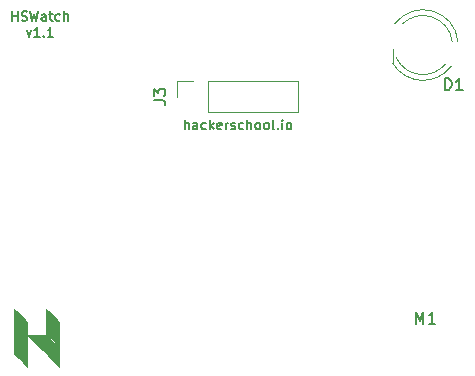
<source format=gto>
G04 #@! TF.GenerationSoftware,KiCad,Pcbnew,(5.1.6)-1*
G04 #@! TF.CreationDate,2022-03-29T00:17:24+01:00*
G04 #@! TF.ProjectId,hswatch,68737761-7463-4682-9e6b-696361645f70,v1.1*
G04 #@! TF.SameCoordinates,Original*
G04 #@! TF.FileFunction,Legend,Top*
G04 #@! TF.FilePolarity,Positive*
%FSLAX46Y46*%
G04 Gerber Fmt 4.6, Leading zero omitted, Abs format (unit mm)*
G04 Created by KiCad (PCBNEW (5.1.6)-1) date 2022-03-29 00:17:24*
%MOMM*%
%LPD*%
G01*
G04 APERTURE LIST*
%ADD10C,0.150000*%
%ADD11C,0.010000*%
%ADD12C,0.120000*%
%ADD13C,1.500000*%
%ADD14O,1.500000X1.500000*%
%ADD15C,1.700000*%
%ADD16R,1.200000X1.900000*%
%ADD17C,1.900000*%
%ADD18O,1.800000X1.800000*%
%ADD19R,1.800000X1.800000*%
%ADD20R,1.700000X1.700000*%
%ADD21C,2.200000*%
%ADD22C,1.850000*%
G04 APERTURE END LIST*
D10*
X135254761Y-90361904D02*
X135254761Y-89561904D01*
X135597619Y-90361904D02*
X135597619Y-89942857D01*
X135559523Y-89866666D01*
X135483333Y-89828571D01*
X135369047Y-89828571D01*
X135292857Y-89866666D01*
X135254761Y-89904761D01*
X136321428Y-90361904D02*
X136321428Y-89942857D01*
X136283333Y-89866666D01*
X136207142Y-89828571D01*
X136054761Y-89828571D01*
X135978571Y-89866666D01*
X136321428Y-90323809D02*
X136245238Y-90361904D01*
X136054761Y-90361904D01*
X135978571Y-90323809D01*
X135940476Y-90247619D01*
X135940476Y-90171428D01*
X135978571Y-90095238D01*
X136054761Y-90057142D01*
X136245238Y-90057142D01*
X136321428Y-90019047D01*
X137045238Y-90323809D02*
X136969047Y-90361904D01*
X136816666Y-90361904D01*
X136740476Y-90323809D01*
X136702380Y-90285714D01*
X136664285Y-90209523D01*
X136664285Y-89980952D01*
X136702380Y-89904761D01*
X136740476Y-89866666D01*
X136816666Y-89828571D01*
X136969047Y-89828571D01*
X137045238Y-89866666D01*
X137388095Y-90361904D02*
X137388095Y-89561904D01*
X137464285Y-90057142D02*
X137692857Y-90361904D01*
X137692857Y-89828571D02*
X137388095Y-90133333D01*
X138340476Y-90323809D02*
X138264285Y-90361904D01*
X138111904Y-90361904D01*
X138035714Y-90323809D01*
X137997619Y-90247619D01*
X137997619Y-89942857D01*
X138035714Y-89866666D01*
X138111904Y-89828571D01*
X138264285Y-89828571D01*
X138340476Y-89866666D01*
X138378571Y-89942857D01*
X138378571Y-90019047D01*
X137997619Y-90095238D01*
X138721428Y-90361904D02*
X138721428Y-89828571D01*
X138721428Y-89980952D02*
X138759523Y-89904761D01*
X138797619Y-89866666D01*
X138873809Y-89828571D01*
X138950000Y-89828571D01*
X139178571Y-90323809D02*
X139254761Y-90361904D01*
X139407142Y-90361904D01*
X139483333Y-90323809D01*
X139521428Y-90247619D01*
X139521428Y-90209523D01*
X139483333Y-90133333D01*
X139407142Y-90095238D01*
X139292857Y-90095238D01*
X139216666Y-90057142D01*
X139178571Y-89980952D01*
X139178571Y-89942857D01*
X139216666Y-89866666D01*
X139292857Y-89828571D01*
X139407142Y-89828571D01*
X139483333Y-89866666D01*
X140207142Y-90323809D02*
X140130952Y-90361904D01*
X139978571Y-90361904D01*
X139902380Y-90323809D01*
X139864285Y-90285714D01*
X139826190Y-90209523D01*
X139826190Y-89980952D01*
X139864285Y-89904761D01*
X139902380Y-89866666D01*
X139978571Y-89828571D01*
X140130952Y-89828571D01*
X140207142Y-89866666D01*
X140550000Y-90361904D02*
X140550000Y-89561904D01*
X140892857Y-90361904D02*
X140892857Y-89942857D01*
X140854761Y-89866666D01*
X140778571Y-89828571D01*
X140664285Y-89828571D01*
X140588095Y-89866666D01*
X140550000Y-89904761D01*
X141388095Y-90361904D02*
X141311904Y-90323809D01*
X141273809Y-90285714D01*
X141235714Y-90209523D01*
X141235714Y-89980952D01*
X141273809Y-89904761D01*
X141311904Y-89866666D01*
X141388095Y-89828571D01*
X141502380Y-89828571D01*
X141578571Y-89866666D01*
X141616666Y-89904761D01*
X141654761Y-89980952D01*
X141654761Y-90209523D01*
X141616666Y-90285714D01*
X141578571Y-90323809D01*
X141502380Y-90361904D01*
X141388095Y-90361904D01*
X142111904Y-90361904D02*
X142035714Y-90323809D01*
X141997619Y-90285714D01*
X141959523Y-90209523D01*
X141959523Y-89980952D01*
X141997619Y-89904761D01*
X142035714Y-89866666D01*
X142111904Y-89828571D01*
X142226190Y-89828571D01*
X142302380Y-89866666D01*
X142340476Y-89904761D01*
X142378571Y-89980952D01*
X142378571Y-90209523D01*
X142340476Y-90285714D01*
X142302380Y-90323809D01*
X142226190Y-90361904D01*
X142111904Y-90361904D01*
X142835714Y-90361904D02*
X142759523Y-90323809D01*
X142721428Y-90247619D01*
X142721428Y-89561904D01*
X143140476Y-90285714D02*
X143178571Y-90323809D01*
X143140476Y-90361904D01*
X143102380Y-90323809D01*
X143140476Y-90285714D01*
X143140476Y-90361904D01*
X143521428Y-90361904D02*
X143521428Y-89828571D01*
X143521428Y-89561904D02*
X143483333Y-89600000D01*
X143521428Y-89638095D01*
X143559523Y-89600000D01*
X143521428Y-89561904D01*
X143521428Y-89638095D01*
X144016666Y-90361904D02*
X143940476Y-90323809D01*
X143902380Y-90285714D01*
X143864285Y-90209523D01*
X143864285Y-89980952D01*
X143902380Y-89904761D01*
X143940476Y-89866666D01*
X144016666Y-89828571D01*
X144130952Y-89828571D01*
X144207142Y-89866666D01*
X144245238Y-89904761D01*
X144283333Y-89980952D01*
X144283333Y-90209523D01*
X144245238Y-90285714D01*
X144207142Y-90323809D01*
X144130952Y-90361904D01*
X144016666Y-90361904D01*
X120638095Y-81186904D02*
X120638095Y-80386904D01*
X120638095Y-80767857D02*
X121095238Y-80767857D01*
X121095238Y-81186904D02*
X121095238Y-80386904D01*
X121438095Y-81148809D02*
X121552380Y-81186904D01*
X121742857Y-81186904D01*
X121819047Y-81148809D01*
X121857142Y-81110714D01*
X121895238Y-81034523D01*
X121895238Y-80958333D01*
X121857142Y-80882142D01*
X121819047Y-80844047D01*
X121742857Y-80805952D01*
X121590476Y-80767857D01*
X121514285Y-80729761D01*
X121476190Y-80691666D01*
X121438095Y-80615476D01*
X121438095Y-80539285D01*
X121476190Y-80463095D01*
X121514285Y-80425000D01*
X121590476Y-80386904D01*
X121780952Y-80386904D01*
X121895238Y-80425000D01*
X122161904Y-80386904D02*
X122352380Y-81186904D01*
X122504761Y-80615476D01*
X122657142Y-81186904D01*
X122847619Y-80386904D01*
X123495238Y-81186904D02*
X123495238Y-80767857D01*
X123457142Y-80691666D01*
X123380952Y-80653571D01*
X123228571Y-80653571D01*
X123152380Y-80691666D01*
X123495238Y-81148809D02*
X123419047Y-81186904D01*
X123228571Y-81186904D01*
X123152380Y-81148809D01*
X123114285Y-81072619D01*
X123114285Y-80996428D01*
X123152380Y-80920238D01*
X123228571Y-80882142D01*
X123419047Y-80882142D01*
X123495238Y-80844047D01*
X123761904Y-80653571D02*
X124066666Y-80653571D01*
X123876190Y-80386904D02*
X123876190Y-81072619D01*
X123914285Y-81148809D01*
X123990476Y-81186904D01*
X124066666Y-81186904D01*
X124676190Y-81148809D02*
X124600000Y-81186904D01*
X124447619Y-81186904D01*
X124371428Y-81148809D01*
X124333333Y-81110714D01*
X124295238Y-81034523D01*
X124295238Y-80805952D01*
X124333333Y-80729761D01*
X124371428Y-80691666D01*
X124447619Y-80653571D01*
X124600000Y-80653571D01*
X124676190Y-80691666D01*
X125019047Y-81186904D02*
X125019047Y-80386904D01*
X125361904Y-81186904D02*
X125361904Y-80767857D01*
X125323809Y-80691666D01*
X125247619Y-80653571D01*
X125133333Y-80653571D01*
X125057142Y-80691666D01*
X125019047Y-80729761D01*
X121857142Y-82003571D02*
X122047619Y-82536904D01*
X122238095Y-82003571D01*
X122961904Y-82536904D02*
X122504761Y-82536904D01*
X122733333Y-82536904D02*
X122733333Y-81736904D01*
X122657142Y-81851190D01*
X122580952Y-81927380D01*
X122504761Y-81965476D01*
X123304761Y-82460714D02*
X123342857Y-82498809D01*
X123304761Y-82536904D01*
X123266666Y-82498809D01*
X123304761Y-82460714D01*
X123304761Y-82536904D01*
X124104761Y-82536904D02*
X123647619Y-82536904D01*
X123876190Y-82536904D02*
X123876190Y-81736904D01*
X123800000Y-81851190D01*
X123723809Y-81927380D01*
X123647619Y-81965476D01*
D11*
G36*
X121361585Y-106123981D02*
G01*
X121919702Y-106687667D01*
X121920385Y-107242233D01*
X121921067Y-107796800D01*
X123521460Y-107796800D01*
X124075930Y-108351462D01*
X124630400Y-108906123D01*
X124630400Y-110497587D01*
X123288394Y-109155660D01*
X123111090Y-108978476D01*
X122940419Y-108808136D01*
X122777913Y-108646155D01*
X122625103Y-108494051D01*
X122483518Y-108353341D01*
X122354691Y-108225540D01*
X122240152Y-108112165D01*
X122141432Y-108014733D01*
X122060061Y-107934761D01*
X121997570Y-107873764D01*
X121955491Y-107833259D01*
X121935354Y-107814764D01*
X121933829Y-107813734D01*
X121931809Y-107830242D01*
X121929781Y-107878066D01*
X121927779Y-107954656D01*
X121925835Y-108057461D01*
X121923980Y-108183930D01*
X121922247Y-108331514D01*
X121920668Y-108497661D01*
X121919275Y-108679821D01*
X121918101Y-108875443D01*
X121917178Y-109081977D01*
X121916936Y-109151565D01*
X121912601Y-110489396D01*
X121358034Y-109934637D01*
X120803467Y-109379877D01*
X120803467Y-105560295D01*
X121361585Y-106123981D01*
G37*
X121361585Y-106123981D02*
X121919702Y-106687667D01*
X121920385Y-107242233D01*
X121921067Y-107796800D01*
X123521460Y-107796800D01*
X124075930Y-108351462D01*
X124630400Y-108906123D01*
X124630400Y-110497587D01*
X123288394Y-109155660D01*
X123111090Y-108978476D01*
X122940419Y-108808136D01*
X122777913Y-108646155D01*
X122625103Y-108494051D01*
X122483518Y-108353341D01*
X122354691Y-108225540D01*
X122240152Y-108112165D01*
X122141432Y-108014733D01*
X122060061Y-107934761D01*
X121997570Y-107873764D01*
X121955491Y-107833259D01*
X121935354Y-107814764D01*
X121933829Y-107813734D01*
X121931809Y-107830242D01*
X121929781Y-107878066D01*
X121927779Y-107954656D01*
X121925835Y-108057461D01*
X121923980Y-108183930D01*
X121922247Y-108331514D01*
X121920668Y-108497661D01*
X121919275Y-108679821D01*
X121918101Y-108875443D01*
X121917178Y-109081977D01*
X121916936Y-109151565D01*
X121912601Y-110489396D01*
X121358034Y-109934637D01*
X120803467Y-109379877D01*
X120803467Y-105560295D01*
X121361585Y-106123981D01*
G36*
X124075963Y-106127376D02*
G01*
X124630660Y-106693651D01*
X124626297Y-107736392D01*
X124621934Y-108779132D01*
X124067237Y-108224242D01*
X123512541Y-107669351D01*
X123521267Y-105561101D01*
X124075963Y-106127376D01*
G37*
X124075963Y-106127376D02*
X124630660Y-106693651D01*
X124626297Y-107736392D01*
X124621934Y-108779132D01*
X124067237Y-108224242D01*
X123512541Y-107669351D01*
X123521267Y-105561101D01*
X124075963Y-106127376D01*
D12*
X152853000Y-83537188D02*
X152853000Y-84783000D01*
X157893090Y-82951579D02*
G75*
G03*
X153660401Y-81460001I-2480090J-286421D01*
G01*
X158389836Y-82979784D02*
G75*
G03*
X153028000Y-81438000I-2976836J-258216D01*
G01*
X157804334Y-85032887D02*
G75*
G02*
X152853000Y-84782830I-2391334J1794887D01*
G01*
X157372086Y-84791056D02*
G75*
G02*
X153158316Y-84318000I-1959086J1553056D01*
G01*
X134590000Y-87600000D02*
X134590000Y-86270000D01*
X134590000Y-86270000D02*
X135920000Y-86270000D01*
X137190000Y-86270000D02*
X144870000Y-86270000D01*
X144870000Y-88930000D02*
X144870000Y-86270000D01*
X137190000Y-88930000D02*
X144870000Y-88930000D01*
X137190000Y-88930000D02*
X137190000Y-86270000D01*
D10*
X157261904Y-87052380D02*
X157261904Y-86052380D01*
X157500000Y-86052380D01*
X157642857Y-86100000D01*
X157738095Y-86195238D01*
X157785714Y-86290476D01*
X157833333Y-86480952D01*
X157833333Y-86623809D01*
X157785714Y-86814285D01*
X157738095Y-86909523D01*
X157642857Y-87004761D01*
X157500000Y-87052380D01*
X157261904Y-87052380D01*
X158785714Y-87052380D02*
X158214285Y-87052380D01*
X158500000Y-87052380D02*
X158500000Y-86052380D01*
X158404761Y-86195238D01*
X158309523Y-86290476D01*
X158214285Y-86338095D01*
X132602380Y-87933333D02*
X133316666Y-87933333D01*
X133459523Y-87980952D01*
X133554761Y-88076190D01*
X133602380Y-88219047D01*
X133602380Y-88314285D01*
X132602380Y-87552380D02*
X132602380Y-86933333D01*
X132983333Y-87266666D01*
X132983333Y-87123809D01*
X133030952Y-87028571D01*
X133078571Y-86980952D01*
X133173809Y-86933333D01*
X133411904Y-86933333D01*
X133507142Y-86980952D01*
X133554761Y-87028571D01*
X133602380Y-87123809D01*
X133602380Y-87409523D01*
X133554761Y-87504761D01*
X133507142Y-87552380D01*
X154790476Y-106852380D02*
X154790476Y-105852380D01*
X155123809Y-106566666D01*
X155457142Y-105852380D01*
X155457142Y-106852380D01*
X156457142Y-106852380D02*
X155885714Y-106852380D01*
X156171428Y-106852380D02*
X156171428Y-105852380D01*
X156076190Y-105995238D01*
X155980952Y-106090476D01*
X155885714Y-106138095D01*
%LPC*%
D13*
X150200000Y-86800000D03*
D14*
X150200000Y-91880000D03*
X150280000Y-98800000D03*
D13*
X145200000Y-98800000D03*
D14*
X145200000Y-96400000D03*
D13*
X140120000Y-96400000D03*
D14*
X150280000Y-94000000D03*
D13*
X145200000Y-94000000D03*
D14*
X140120000Y-91600000D03*
D13*
X145200000Y-91600000D03*
D15*
X144000000Y-101200000D03*
X139000000Y-101200000D03*
X134000000Y-104000000D03*
X139000000Y-104000000D03*
D16*
X149900000Y-103400000D03*
G36*
G01*
X147960000Y-102750000D02*
X147960000Y-104050000D01*
G75*
G02*
X147660000Y-104350000I-300000J0D01*
G01*
X147060000Y-104350000D01*
G75*
G02*
X146760000Y-104050000I0J300000D01*
G01*
X146760000Y-102750000D01*
G75*
G02*
X147060000Y-102450000I300000J0D01*
G01*
X147660000Y-102450000D01*
G75*
G02*
X147960000Y-102750000I0J-300000D01*
G01*
G37*
G36*
G01*
X149230000Y-100680000D02*
X149230000Y-101980000D01*
G75*
G02*
X148930000Y-102280000I-300000J0D01*
G01*
X148330000Y-102280000D01*
G75*
G02*
X148030000Y-101980000I0J300000D01*
G01*
X148030000Y-100680000D01*
G75*
G02*
X148330000Y-100380000I300000J0D01*
G01*
X148930000Y-100380000D01*
G75*
G02*
X149230000Y-100680000I0J-300000D01*
G01*
G37*
X128760000Y-101900000D03*
G36*
G01*
X130700000Y-102550000D02*
X130700000Y-101250000D01*
G75*
G02*
X131000000Y-100950000I300000J0D01*
G01*
X131600000Y-100950000D01*
G75*
G02*
X131900000Y-101250000I0J-300000D01*
G01*
X131900000Y-102550000D01*
G75*
G02*
X131600000Y-102850000I-300000J0D01*
G01*
X131000000Y-102850000D01*
G75*
G02*
X130700000Y-102550000I0J300000D01*
G01*
G37*
G36*
G01*
X129430000Y-104620000D02*
X129430000Y-103320000D01*
G75*
G02*
X129730000Y-103020000I300000J0D01*
G01*
X130330000Y-103020000D01*
G75*
G02*
X130630000Y-103320000I0J-300000D01*
G01*
X130630000Y-104620000D01*
G75*
G02*
X130330000Y-104920000I-300000J0D01*
G01*
X129730000Y-104920000D01*
G75*
G02*
X129430000Y-104620000I0J300000D01*
G01*
G37*
G36*
G01*
X152050000Y-82951000D02*
X152050000Y-82001000D01*
G75*
G02*
X152525000Y-81526000I475000J0D01*
G01*
X153475000Y-81526000D01*
G75*
G02*
X153950000Y-82001000I0J-475000D01*
G01*
X153950000Y-82951000D01*
G75*
G02*
X153475000Y-83426000I-475000J0D01*
G01*
X152525000Y-83426000D01*
G75*
G02*
X152050000Y-82951000I0J475000D01*
G01*
G37*
D17*
X154778000Y-84000000D03*
X156302000Y-82476000D03*
X157826000Y-84000000D03*
D18*
X143540000Y-87600000D03*
X141000000Y-87600000D03*
X138460000Y-87600000D03*
D19*
X135920000Y-87600000D03*
D18*
X150500000Y-83940000D03*
X150500000Y-81400000D03*
X147960000Y-83940000D03*
X147960000Y-81400000D03*
X145420000Y-83940000D03*
X145420000Y-81400000D03*
X142880000Y-83940000D03*
X142880000Y-81400000D03*
X140340000Y-83940000D03*
X140340000Y-81400000D03*
X137800000Y-83940000D03*
X137800000Y-81400000D03*
X135260000Y-83940000D03*
X135260000Y-81400000D03*
X132720000Y-83940000D03*
X132720000Y-81400000D03*
X130180000Y-83940000D03*
X130180000Y-81400000D03*
X127640000Y-83940000D03*
D19*
X127640000Y-81400000D03*
D18*
X150500000Y-109800000D03*
X150500000Y-107260000D03*
X147960000Y-109800000D03*
X147960000Y-107260000D03*
X145420000Y-109800000D03*
X145420000Y-107260000D03*
X142880000Y-109800000D03*
X142880000Y-107260000D03*
X140340000Y-109800000D03*
X140340000Y-107260000D03*
X137800000Y-109800000D03*
X137800000Y-107260000D03*
X135260000Y-109800000D03*
X135260000Y-107260000D03*
X132720000Y-109800000D03*
X132720000Y-107260000D03*
X130180000Y-109800000D03*
X130180000Y-107260000D03*
X127640000Y-109800000D03*
D19*
X127640000Y-107260000D03*
D20*
X132000000Y-95600000D03*
D15*
X136000000Y-95600000D03*
G36*
G01*
X152950000Y-108984375D02*
X152950000Y-107815625D01*
G75*
G02*
X153215625Y-107550000I265625J0D01*
G01*
X154384375Y-107550000D01*
G75*
G02*
X154650000Y-107815625I0J-265625D01*
G01*
X154650000Y-108984375D01*
G75*
G02*
X154384375Y-109250000I-265625J0D01*
G01*
X153215625Y-109250000D01*
G75*
G02*
X152950000Y-108984375I0J265625D01*
G01*
G37*
X157400000Y-108400000D03*
D21*
X125200000Y-87100000D03*
D22*
X122710000Y-88350000D03*
X122710000Y-92850000D03*
D21*
X125200000Y-94110000D03*
X125200000Y-97090000D03*
D22*
X122710000Y-98340000D03*
X122710000Y-102840000D03*
D21*
X125200000Y-104100000D03*
X153800000Y-87100000D03*
D22*
X156290000Y-88360000D03*
X156290000Y-92860000D03*
D21*
X153800000Y-94110000D03*
X153800000Y-97090000D03*
D22*
X156290000Y-98350000D03*
X156290000Y-102850000D03*
D21*
X153800000Y-104100000D03*
M02*

</source>
